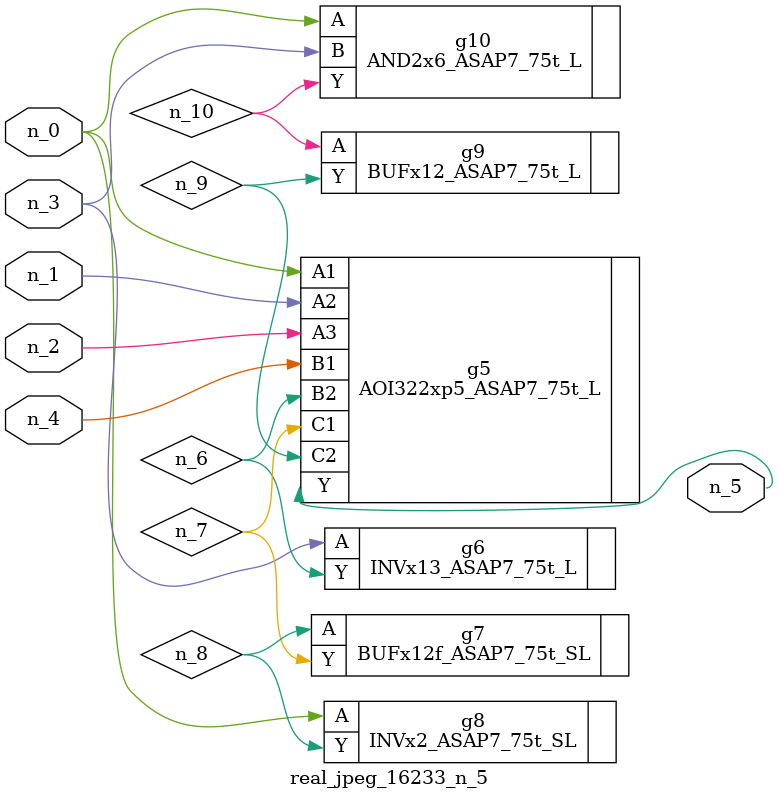
<source format=v>
module real_jpeg_16233_n_5 (n_4, n_0, n_1, n_2, n_3, n_5);

input n_4;
input n_0;
input n_1;
input n_2;
input n_3;

output n_5;

wire n_8;
wire n_6;
wire n_7;
wire n_10;
wire n_9;

AOI322xp5_ASAP7_75t_L g5 ( 
.A1(n_0),
.A2(n_1),
.A3(n_2),
.B1(n_4),
.B2(n_6),
.C1(n_7),
.C2(n_9),
.Y(n_5)
);

INVx2_ASAP7_75t_SL g8 ( 
.A(n_0),
.Y(n_8)
);

AND2x6_ASAP7_75t_L g10 ( 
.A(n_0),
.B(n_3),
.Y(n_10)
);

INVx13_ASAP7_75t_L g6 ( 
.A(n_3),
.Y(n_6)
);

BUFx12f_ASAP7_75t_SL g7 ( 
.A(n_8),
.Y(n_7)
);

BUFx12_ASAP7_75t_L g9 ( 
.A(n_10),
.Y(n_9)
);


endmodule
</source>
